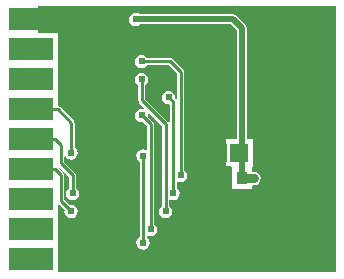
<source format=gbl>
G04 Layer_Physical_Order=2*
G04 Layer_Color=11436288*
%FSLAX25Y25*%
%MOIN*%
G70*
G01*
G75*
%ADD10R,0.15000X0.07600*%
%ADD15C,0.01000*%
%ADD16C,0.02000*%
%ADD18C,0.02400*%
%ADD19R,0.05906X0.06102*%
%ADD20R,0.03740X0.04134*%
%ADD21C,0.03000*%
G36*
X211837Y388163D02*
X119000D01*
Y397200D01*
Y407200D01*
Y410707D01*
X119500Y410914D01*
X121366Y409048D01*
X121257Y408500D01*
X121428Y407642D01*
X121914Y406914D01*
X122642Y406428D01*
X123500Y406257D01*
X124358Y406428D01*
X125086Y406914D01*
X125572Y407642D01*
X125743Y408500D01*
X125572Y409358D01*
X125086Y410086D01*
X124358Y410572D01*
X123500Y410743D01*
X122952Y410634D01*
X121122Y412465D01*
Y420500D01*
X121122Y420500D01*
X121036Y420929D01*
X120793Y421293D01*
X120793Y421293D01*
X119297Y422789D01*
X119317Y422889D01*
X119860Y423054D01*
X122878Y420035D01*
Y416397D01*
X122414Y416086D01*
X121928Y415358D01*
X121757Y414500D01*
X121928Y413642D01*
X122414Y412914D01*
X123142Y412428D01*
X124000Y412257D01*
X124858Y412428D01*
X125586Y412914D01*
X126072Y413642D01*
X126243Y414500D01*
X126072Y415358D01*
X125586Y416086D01*
X125122Y416397D01*
Y420500D01*
X125036Y420929D01*
X124793Y421293D01*
X124793Y421293D01*
X121122Y424965D01*
Y426700D01*
X121622Y426851D01*
X121914Y426414D01*
X122642Y425928D01*
X123500Y425757D01*
X124358Y425928D01*
X125086Y426414D01*
X125572Y427142D01*
X125743Y428000D01*
X125572Y428858D01*
X125086Y429586D01*
X124622Y429896D01*
Y438000D01*
X124622Y438000D01*
X124536Y438429D01*
X124293Y438793D01*
X124293Y438793D01*
X119793Y443293D01*
X119429Y443536D01*
X119000Y443622D01*
Y447200D01*
Y457200D01*
Y467800D01*
X112500D01*
Y476837D01*
X211837D01*
Y388163D01*
D02*
G37*
%LPC*%
G36*
X145000Y474743D02*
X144142Y474572D01*
X143414Y474086D01*
X142928Y473358D01*
X142757Y472500D01*
X142928Y471642D01*
X143414Y470914D01*
X144142Y470428D01*
X145000Y470257D01*
X145858Y470428D01*
X146518Y470869D01*
X176824D01*
X178723Y468970D01*
Y432551D01*
X175091D01*
Y423449D01*
X176699D01*
X176984Y423067D01*
Y415933D01*
X183724D01*
Y416979D01*
X184224Y417312D01*
X184500Y417257D01*
X185358Y417428D01*
X186086Y417914D01*
X186572Y418642D01*
X186743Y419500D01*
X186572Y420358D01*
X186086Y421086D01*
X185358Y421572D01*
X184500Y421743D01*
X184224Y421688D01*
X183724Y422021D01*
Y423061D01*
X183996Y423449D01*
X183996Y423449D01*
Y423449D01*
X183996Y423923D01*
Y432551D01*
X181986D01*
Y469646D01*
X181861Y470270D01*
X181508Y470799D01*
X178654Y473654D01*
X178124Y474007D01*
X177500Y474131D01*
X146518D01*
X145858Y474572D01*
X145000Y474743D01*
D02*
G37*
G36*
X147000Y460743D02*
X146142Y460572D01*
X145414Y460086D01*
X144928Y459358D01*
X144757Y458500D01*
X144928Y457642D01*
X145414Y456914D01*
X146142Y456428D01*
X147000Y456257D01*
X147858Y456428D01*
X148586Y456914D01*
X148897Y457378D01*
X156035D01*
X158878Y454535D01*
Y446068D01*
X158378Y445863D01*
X158160Y446084D01*
X158243Y446500D01*
X158072Y447358D01*
X157586Y448086D01*
X156858Y448572D01*
X156000Y448743D01*
X155142Y448572D01*
X154414Y448086D01*
X153928Y447358D01*
X153757Y446500D01*
X153928Y445642D01*
X154414Y444914D01*
X155142Y444428D01*
X156000Y444257D01*
X156378Y443946D01*
Y438317D01*
X155878Y438165D01*
X155793Y438293D01*
X155793Y438293D01*
X148122Y445965D01*
Y450603D01*
X148586Y450914D01*
X149072Y451642D01*
X149243Y452500D01*
X149072Y453358D01*
X148586Y454086D01*
X147858Y454572D01*
X147000Y454743D01*
X146142Y454572D01*
X145414Y454086D01*
X144928Y453358D01*
X144757Y452500D01*
X144928Y451642D01*
X145414Y450914D01*
X145878Y450603D01*
Y445500D01*
X145878Y445500D01*
X145964Y445071D01*
X146207Y444707D01*
X147825Y443089D01*
X147579Y442628D01*
X147000Y442743D01*
X146142Y442572D01*
X145414Y442086D01*
X144928Y441358D01*
X144757Y440500D01*
X144928Y439642D01*
X145414Y438914D01*
X146142Y438428D01*
X147000Y438257D01*
X147548Y438366D01*
X148878Y437035D01*
Y429255D01*
X148438Y429019D01*
X148358Y429072D01*
X147500Y429243D01*
X146642Y429072D01*
X145914Y428586D01*
X145428Y427858D01*
X145257Y427000D01*
X145428Y426142D01*
X145914Y425414D01*
X146378Y425104D01*
Y399897D01*
X145914Y399586D01*
X145428Y398858D01*
X145257Y398000D01*
X145428Y397142D01*
X145914Y396414D01*
X146642Y395928D01*
X147500Y395757D01*
X148358Y395928D01*
X149086Y396414D01*
X149572Y397142D01*
X149743Y398000D01*
X149572Y398858D01*
X149086Y399586D01*
X148773Y399796D01*
X148781Y400070D01*
X148891Y400179D01*
X149256Y400405D01*
X150000Y400257D01*
X150858Y400428D01*
X151586Y400914D01*
X152072Y401642D01*
X152243Y402500D01*
X152072Y403358D01*
X151586Y404086D01*
X151122Y404396D01*
Y437500D01*
X151122Y437500D01*
X151036Y437929D01*
X150793Y438293D01*
X149134Y439952D01*
X149243Y440500D01*
X149128Y441079D01*
X149589Y441325D01*
X153878Y437035D01*
Y410396D01*
X153414Y410086D01*
X152928Y409358D01*
X152757Y408500D01*
X152928Y407642D01*
X153414Y406914D01*
X154142Y406428D01*
X155000Y406257D01*
X155858Y406428D01*
X156586Y406914D01*
X157072Y407642D01*
X157243Y408500D01*
X157072Y409358D01*
X156586Y410086D01*
X156122Y410396D01*
Y412245D01*
X156562Y412480D01*
X156642Y412428D01*
X157500Y412257D01*
X158358Y412428D01*
X159086Y412914D01*
X159572Y413642D01*
X159743Y414500D01*
X159572Y415358D01*
X159086Y416086D01*
X158622Y416397D01*
Y418245D01*
X159063Y418480D01*
X159142Y418428D01*
X160000Y418257D01*
X160858Y418428D01*
X161586Y418914D01*
X162072Y419642D01*
X162243Y420500D01*
X162072Y421358D01*
X161586Y422086D01*
X161122Y422397D01*
Y455000D01*
X161122Y455000D01*
X161036Y455429D01*
X160793Y455793D01*
X160793Y455793D01*
X157293Y459293D01*
X156929Y459536D01*
X156500Y459622D01*
X156500Y459622D01*
X148897D01*
X148586Y460086D01*
X147858Y460572D01*
X147000Y460743D01*
D02*
G37*
%LPD*%
D10*
X110000Y392500D02*
D03*
Y402500D02*
D03*
Y412500D02*
D03*
Y422500D02*
D03*
Y432500D02*
D03*
Y442500D02*
D03*
Y452500D02*
D03*
Y462500D02*
D03*
Y472500D02*
D03*
D15*
X147000Y397500D02*
X147500Y398500D01*
Y427000D01*
X150000Y402500D02*
Y437500D01*
X147000Y440500D02*
X150000Y437500D01*
X147000Y445500D02*
Y452500D01*
Y458500D02*
X156500D01*
X157500Y414500D02*
Y445000D01*
X156000Y446500D02*
X157500Y445000D01*
X155000Y408500D02*
Y437500D01*
X147000Y445500D02*
X155000Y437500D01*
X160000Y420500D02*
Y455000D01*
X156500Y458500D02*
X160000Y455000D01*
X110000Y442500D02*
X119000D01*
X110000Y422500D02*
X118000D01*
X120000Y412000D02*
X123500Y408500D01*
X120000Y412000D02*
Y420500D01*
X118000Y422500D02*
X120000Y420500D01*
X124000Y414500D02*
Y420500D01*
X110000Y432500D02*
X118000D01*
X123500Y428000D02*
Y438000D01*
X119000Y442500D02*
X123500Y438000D01*
X120000Y424500D02*
X124000Y420500D01*
X120000Y424500D02*
Y430500D01*
X118000Y432500D02*
X120000Y430500D01*
D16*
X180354Y419500D02*
Y469646D01*
X177500Y472500D02*
X180354Y469646D01*
X145000Y472500D02*
X177500D01*
D18*
X147500Y427000D02*
D03*
X147000Y440500D02*
D03*
X150000Y402500D02*
D03*
X147000Y452500D02*
D03*
Y458500D02*
D03*
X156000Y446500D02*
D03*
X147500Y398000D02*
D03*
X155000Y408500D02*
D03*
X157500Y414500D02*
D03*
X160000Y420500D02*
D03*
X123500Y408500D02*
D03*
Y428000D02*
D03*
X124000Y414500D02*
D03*
X195000Y411000D02*
D03*
X184500Y419500D02*
D03*
X145000Y472500D02*
D03*
D19*
X172457Y428000D02*
D03*
X179543D02*
D03*
D20*
X174646Y419500D02*
D03*
X180354D02*
D03*
D21*
X184500D01*
M02*

</source>
